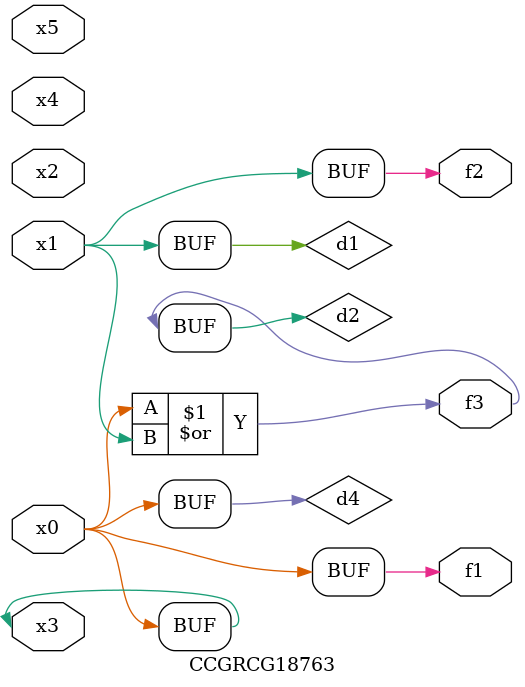
<source format=v>
module CCGRCG18763(
	input x0, x1, x2, x3, x4, x5,
	output f1, f2, f3
);

	wire d1, d2, d3, d4;

	and (d1, x1);
	or (d2, x0, x1);
	nand (d3, x0, x5);
	buf (d4, x0, x3);
	assign f1 = d4;
	assign f2 = d1;
	assign f3 = d2;
endmodule

</source>
